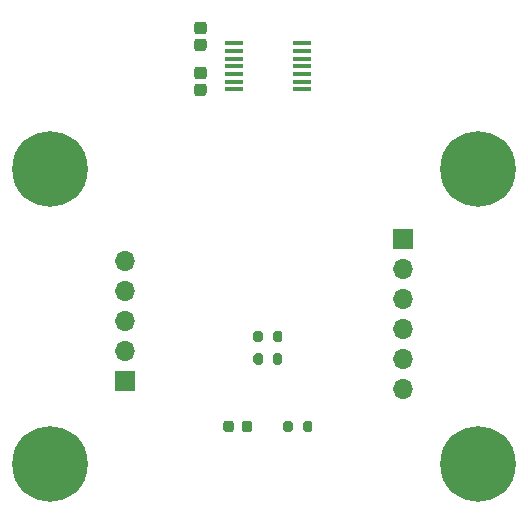
<source format=gbr>
%TF.GenerationSoftware,KiCad,Pcbnew,(5.1.9)-1*%
%TF.CreationDate,2021-04-16T10:30:29-03:00*%
%TF.ProjectId,1335_rev1,31333335-5f72-4657-9631-2e6b69636164,rev?*%
%TF.SameCoordinates,Original*%
%TF.FileFunction,Soldermask,Top*%
%TF.FilePolarity,Negative*%
%FSLAX46Y46*%
G04 Gerber Fmt 4.6, Leading zero omitted, Abs format (unit mm)*
G04 Created by KiCad (PCBNEW (5.1.9)-1) date 2021-04-16 10:30:29*
%MOMM*%
%LPD*%
G01*
G04 APERTURE LIST*
%ADD10O,1.700000X1.700000*%
%ADD11R,1.700000X1.700000*%
%ADD12C,6.400000*%
%ADD13C,0.800000*%
%ADD14R,1.570000X0.410000*%
G04 APERTURE END LIST*
D10*
%TO.C,J1*%
X130810000Y-83185000D03*
X130810000Y-85725000D03*
X130810000Y-88265000D03*
X130810000Y-90805000D03*
D11*
X130810000Y-93345000D03*
%TD*%
D10*
%TO.C,J2*%
X154305000Y-93980000D03*
X154305000Y-91440000D03*
X154305000Y-88900000D03*
X154305000Y-86360000D03*
X154305000Y-83820000D03*
D11*
X154305000Y-81280000D03*
%TD*%
%TO.C,R1*%
G36*
G01*
X144990000Y-96880000D02*
X144990000Y-97430000D01*
G75*
G02*
X144790000Y-97630000I-200000J0D01*
G01*
X144390000Y-97630000D01*
G75*
G02*
X144190000Y-97430000I0J200000D01*
G01*
X144190000Y-96880000D01*
G75*
G02*
X144390000Y-96680000I200000J0D01*
G01*
X144790000Y-96680000D01*
G75*
G02*
X144990000Y-96880000I0J-200000D01*
G01*
G37*
G36*
G01*
X146640000Y-96880000D02*
X146640000Y-97430000D01*
G75*
G02*
X146440000Y-97630000I-200000J0D01*
G01*
X146040000Y-97630000D01*
G75*
G02*
X145840000Y-97430000I0J200000D01*
G01*
X145840000Y-96880000D01*
G75*
G02*
X146040000Y-96680000I200000J0D01*
G01*
X146440000Y-96680000D01*
G75*
G02*
X146640000Y-96880000I0J-200000D01*
G01*
G37*
%TD*%
%TO.C,R3*%
G36*
G01*
X143300000Y-91715000D02*
X143300000Y-91165000D01*
G75*
G02*
X143500000Y-90965000I200000J0D01*
G01*
X143900000Y-90965000D01*
G75*
G02*
X144100000Y-91165000I0J-200000D01*
G01*
X144100000Y-91715000D01*
G75*
G02*
X143900000Y-91915000I-200000J0D01*
G01*
X143500000Y-91915000D01*
G75*
G02*
X143300000Y-91715000I0J200000D01*
G01*
G37*
G36*
G01*
X141650000Y-91715000D02*
X141650000Y-91165000D01*
G75*
G02*
X141850000Y-90965000I200000J0D01*
G01*
X142250000Y-90965000D01*
G75*
G02*
X142450000Y-91165000I0J-200000D01*
G01*
X142450000Y-91715000D01*
G75*
G02*
X142250000Y-91915000I-200000J0D01*
G01*
X141850000Y-91915000D01*
G75*
G02*
X141650000Y-91715000I0J200000D01*
G01*
G37*
%TD*%
%TO.C,R2*%
G36*
G01*
X143300000Y-89810000D02*
X143300000Y-89260000D01*
G75*
G02*
X143500000Y-89060000I200000J0D01*
G01*
X143900000Y-89060000D01*
G75*
G02*
X144100000Y-89260000I0J-200000D01*
G01*
X144100000Y-89810000D01*
G75*
G02*
X143900000Y-90010000I-200000J0D01*
G01*
X143500000Y-90010000D01*
G75*
G02*
X143300000Y-89810000I0J200000D01*
G01*
G37*
G36*
G01*
X141650000Y-89810000D02*
X141650000Y-89260000D01*
G75*
G02*
X141850000Y-89060000I200000J0D01*
G01*
X142250000Y-89060000D01*
G75*
G02*
X142450000Y-89260000I0J-200000D01*
G01*
X142450000Y-89810000D01*
G75*
G02*
X142250000Y-90010000I-200000J0D01*
G01*
X141850000Y-90010000D01*
G75*
G02*
X141650000Y-89810000I0J200000D01*
G01*
G37*
%TD*%
%TO.C,D1*%
G36*
G01*
X140685000Y-97411250D02*
X140685000Y-96898750D01*
G75*
G02*
X140903750Y-96680000I218750J0D01*
G01*
X141341250Y-96680000D01*
G75*
G02*
X141560000Y-96898750I0J-218750D01*
G01*
X141560000Y-97411250D01*
G75*
G02*
X141341250Y-97630000I-218750J0D01*
G01*
X140903750Y-97630000D01*
G75*
G02*
X140685000Y-97411250I0J218750D01*
G01*
G37*
G36*
G01*
X139110000Y-97411250D02*
X139110000Y-96898750D01*
G75*
G02*
X139328750Y-96680000I218750J0D01*
G01*
X139766250Y-96680000D01*
G75*
G02*
X139985000Y-96898750I0J-218750D01*
G01*
X139985000Y-97411250D01*
G75*
G02*
X139766250Y-97630000I-218750J0D01*
G01*
X139328750Y-97630000D01*
G75*
G02*
X139110000Y-97411250I0J218750D01*
G01*
G37*
%TD*%
%TO.C,C2*%
G36*
G01*
X136884999Y-68120000D02*
X137435001Y-68120000D01*
G75*
G02*
X137685000Y-68369999I0J-249999D01*
G01*
X137685000Y-68945001D01*
G75*
G02*
X137435001Y-69195000I-249999J0D01*
G01*
X136884999Y-69195000D01*
G75*
G02*
X136635000Y-68945001I0J249999D01*
G01*
X136635000Y-68369999D01*
G75*
G02*
X136884999Y-68120000I249999J0D01*
G01*
G37*
G36*
G01*
X136884999Y-66695000D02*
X137435001Y-66695000D01*
G75*
G02*
X137685000Y-66944999I0J-249999D01*
G01*
X137685000Y-67520001D01*
G75*
G02*
X137435001Y-67770000I-249999J0D01*
G01*
X136884999Y-67770000D01*
G75*
G02*
X136635000Y-67520001I0J249999D01*
G01*
X136635000Y-66944999D01*
G75*
G02*
X136884999Y-66695000I249999J0D01*
G01*
G37*
%TD*%
%TO.C,C1*%
G36*
G01*
X137435001Y-65385000D02*
X136884999Y-65385000D01*
G75*
G02*
X136635000Y-65135001I0J249999D01*
G01*
X136635000Y-64559999D01*
G75*
G02*
X136884999Y-64310000I249999J0D01*
G01*
X137435001Y-64310000D01*
G75*
G02*
X137685000Y-64559999I0J-249999D01*
G01*
X137685000Y-65135001D01*
G75*
G02*
X137435001Y-65385000I-249999J0D01*
G01*
G37*
G36*
G01*
X137435001Y-63960000D02*
X136884999Y-63960000D01*
G75*
G02*
X136635000Y-63710001I0J249999D01*
G01*
X136635000Y-63134999D01*
G75*
G02*
X136884999Y-62885000I249999J0D01*
G01*
X137435001Y-62885000D01*
G75*
G02*
X137685000Y-63134999I0J-249999D01*
G01*
X137685000Y-63710001D01*
G75*
G02*
X137435001Y-63960000I-249999J0D01*
G01*
G37*
%TD*%
D12*
%TO.C,H1*%
X124460000Y-75330000D03*
D13*
X126860000Y-75330000D03*
X126157056Y-77027056D03*
X124460000Y-77730000D03*
X122762944Y-77027056D03*
X122060000Y-75330000D03*
X122762944Y-73632944D03*
X124460000Y-72930000D03*
X126157056Y-73632944D03*
%TD*%
%TO.C,H2*%
X162352056Y-73632944D03*
X160655000Y-72930000D03*
X158957944Y-73632944D03*
X158255000Y-75330000D03*
X158957944Y-77027056D03*
X160655000Y-77730000D03*
X162352056Y-77027056D03*
X163055000Y-75330000D03*
D12*
X160655000Y-75330000D03*
%TD*%
%TO.C,H3*%
X124460000Y-100330000D03*
D13*
X126860000Y-100330000D03*
X126157056Y-102027056D03*
X124460000Y-102730000D03*
X122762944Y-102027056D03*
X122060000Y-100330000D03*
X122762944Y-98632944D03*
X124460000Y-97930000D03*
X126157056Y-98632944D03*
%TD*%
%TO.C,H4*%
X162352056Y-98632944D03*
X160655000Y-97930000D03*
X158957944Y-98632944D03*
X158255000Y-100330000D03*
X158957944Y-102027056D03*
X160655000Y-102730000D03*
X162352056Y-102027056D03*
X163055000Y-100330000D03*
D12*
X160655000Y-100330000D03*
%TD*%
D14*
%TO.C,U1*%
X140005000Y-64725000D03*
X140005000Y-65375000D03*
X140005000Y-66025000D03*
X140005000Y-66675000D03*
X140005000Y-67325000D03*
X140005000Y-67975000D03*
X140005000Y-68625000D03*
X145745000Y-68625000D03*
X145745000Y-67975000D03*
X145745000Y-67325000D03*
X145745000Y-66675000D03*
X145745000Y-66025000D03*
X145745000Y-65375000D03*
X145745000Y-64725000D03*
%TD*%
M02*

</source>
